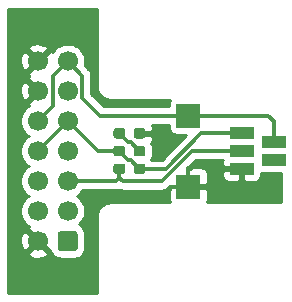
<source format=gtl>
G04 #@! TF.GenerationSoftware,KiCad,Pcbnew,(5.1.9-0-10_14)*
G04 #@! TF.CreationDate,2021-04-11T20:09:15+09:00*
G04 #@! TF.ProjectId,RL78DebugConnector,524c3738-4465-4627-9567-436f6e6e6563,V1.0*
G04 #@! TF.SameCoordinates,Original*
G04 #@! TF.FileFunction,Copper,L1,Top*
G04 #@! TF.FilePolarity,Positive*
%FSLAX46Y46*%
G04 Gerber Fmt 4.6, Leading zero omitted, Abs format (unit mm)*
G04 Created by KiCad (PCBNEW (5.1.9-0-10_14)) date 2021-04-11 20:09:15*
%MOMM*%
%LPD*%
G01*
G04 APERTURE LIST*
G04 #@! TA.AperFunction,ComponentPad*
%ADD10R,2.000000X1.000000*%
G04 #@! TD*
G04 #@! TA.AperFunction,ComponentPad*
%ADD11C,1.700000*%
G04 #@! TD*
G04 #@! TA.AperFunction,SMDPad,CuDef*
%ADD12R,2.000000X2.000000*%
G04 #@! TD*
G04 #@! TA.AperFunction,ViaPad*
%ADD13C,0.609600*%
G04 #@! TD*
G04 #@! TA.AperFunction,Conductor*
%ADD14C,0.304800*%
G04 #@! TD*
G04 #@! TA.AperFunction,Conductor*
%ADD15C,0.254000*%
G04 #@! TD*
G04 #@! TA.AperFunction,Conductor*
%ADD16C,0.100000*%
G04 #@! TD*
G04 APERTURE END LIST*
D10*
X6000000Y1500000D03*
X8700000Y750000D03*
X6000000Y0D03*
X8700000Y-750000D03*
X6000000Y-1500000D03*
G04 #@! TA.AperFunction,ComponentPad*
G36*
G01*
X-7880000Y-7020000D02*
X-7880000Y-8220000D01*
G75*
G02*
X-8130000Y-8470000I-250000J0D01*
G01*
X-9330000Y-8470000D01*
G75*
G02*
X-9580000Y-8220000I0J250000D01*
G01*
X-9580000Y-7020000D01*
G75*
G02*
X-9330000Y-6770000I250000J0D01*
G01*
X-8130000Y-6770000D01*
G75*
G02*
X-7880000Y-7020000I0J-250000D01*
G01*
G37*
G04 #@! TD.AperFunction*
D11*
X-8730000Y-5080000D03*
X-8730000Y-2540000D03*
X-8730000Y0D03*
X-8730000Y2540000D03*
X-8730000Y5080000D03*
X-8730000Y7620000D03*
X-11270000Y-7620000D03*
X-11270000Y-5080000D03*
X-11270000Y-2540000D03*
X-11270000Y0D03*
X-11270000Y2540000D03*
X-11270000Y5080000D03*
X-11270000Y7620000D03*
D12*
X1500000Y-3000000D03*
X1500000Y3000000D03*
G04 #@! TA.AperFunction,SMDPad,CuDef*
G36*
G01*
X-4850000Y-225000D02*
X-4850000Y225000D01*
G75*
G02*
X-4625000Y450000I225000J0D01*
G01*
X-4075000Y450000D01*
G75*
G02*
X-3850000Y225000I0J-225000D01*
G01*
X-3850000Y-225000D01*
G75*
G02*
X-4075000Y-450000I-225000J0D01*
G01*
X-4625000Y-450000D01*
G75*
G02*
X-4850000Y-225000I0J225000D01*
G01*
G37*
G04 #@! TD.AperFunction*
G04 #@! TA.AperFunction,SMDPad,CuDef*
G36*
G01*
X-3150000Y-225000D02*
X-3150000Y225000D01*
G75*
G02*
X-2925000Y450000I225000J0D01*
G01*
X-2375000Y450000D01*
G75*
G02*
X-2150000Y225000I0J-225000D01*
G01*
X-2150000Y-225000D01*
G75*
G02*
X-2375000Y-450000I-225000J0D01*
G01*
X-2925000Y-450000D01*
G75*
G02*
X-3150000Y-225000I0J225000D01*
G01*
G37*
G04 #@! TD.AperFunction*
G04 #@! TA.AperFunction,SMDPad,CuDef*
G36*
G01*
X-4850000Y-1725000D02*
X-4850000Y-1275000D01*
G75*
G02*
X-4625000Y-1050000I225000J0D01*
G01*
X-4075000Y-1050000D01*
G75*
G02*
X-3850000Y-1275000I0J-225000D01*
G01*
X-3850000Y-1725000D01*
G75*
G02*
X-4075000Y-1950000I-225000J0D01*
G01*
X-4625000Y-1950000D01*
G75*
G02*
X-4850000Y-1725000I0J225000D01*
G01*
G37*
G04 #@! TD.AperFunction*
G04 #@! TA.AperFunction,SMDPad,CuDef*
G36*
G01*
X-3150000Y-1725000D02*
X-3150000Y-1275000D01*
G75*
G02*
X-2925000Y-1050000I225000J0D01*
G01*
X-2375000Y-1050000D01*
G75*
G02*
X-2150000Y-1275000I0J-225000D01*
G01*
X-2150000Y-1725000D01*
G75*
G02*
X-2375000Y-1950000I-225000J0D01*
G01*
X-2925000Y-1950000D01*
G75*
G02*
X-3150000Y-1725000I0J225000D01*
G01*
G37*
G04 #@! TD.AperFunction*
G04 #@! TA.AperFunction,SMDPad,CuDef*
G36*
G01*
X-2150000Y1725000D02*
X-2150000Y1275000D01*
G75*
G02*
X-2375000Y1050000I-225000J0D01*
G01*
X-2925000Y1050000D01*
G75*
G02*
X-3150000Y1275000I0J225000D01*
G01*
X-3150000Y1725000D01*
G75*
G02*
X-2925000Y1950000I225000J0D01*
G01*
X-2375000Y1950000D01*
G75*
G02*
X-2150000Y1725000I0J-225000D01*
G01*
G37*
G04 #@! TD.AperFunction*
G04 #@! TA.AperFunction,SMDPad,CuDef*
G36*
G01*
X-3850000Y1725000D02*
X-3850000Y1275000D01*
G75*
G02*
X-4075000Y1050000I-225000J0D01*
G01*
X-4625000Y1050000D01*
G75*
G02*
X-4850000Y1275000I0J225000D01*
G01*
X-4850000Y1725000D01*
G75*
G02*
X-4625000Y1950000I225000J0D01*
G01*
X-4075000Y1950000D01*
G75*
G02*
X-3850000Y1725000I0J-225000D01*
G01*
G37*
G04 #@! TD.AperFunction*
D13*
X-500000Y0D03*
D14*
X-2650000Y1500000D02*
X-500000Y1500000D01*
X-500000Y1500000D02*
X-500000Y0D01*
X1500000Y-3000000D02*
X-50000Y-3000000D01*
X1500000Y-3000000D02*
X1500000Y-1450000D01*
X-4350000Y1500000D02*
X-3600000Y750000D01*
X-2650000Y0D02*
X-3400000Y750000D01*
X-3400000Y750000D02*
X-3600000Y750000D01*
X-11270000Y0D02*
X-8730000Y2540000D01*
X-4350000Y0D02*
X-3600000Y-750000D01*
X-2650000Y-1500000D02*
X-3400000Y-750000D01*
X-3400000Y-750000D02*
X-3600000Y-750000D01*
X-8730000Y2540000D02*
X-6200000Y10000D01*
X-4360000Y10000D02*
X-4350000Y0D01*
X-6200000Y10000D02*
X-4360000Y10000D01*
X2581566Y1500000D02*
X6000000Y1500000D01*
X-418434Y-1500000D02*
X2581566Y1500000D01*
X-2650000Y-1500000D02*
X-418434Y-1500000D01*
X-11270000Y2540000D02*
X-10000000Y3810000D01*
X-8730000Y7620000D02*
X-10000000Y6350000D01*
X-10000000Y6350000D02*
X-10000000Y3810000D01*
X-6000000Y3000000D02*
X1500000Y3000000D01*
X-8730000Y7620000D02*
X-7500000Y6390000D01*
X-7500000Y4500000D02*
X-6000000Y3000000D01*
X-7500000Y6390000D02*
X-7500000Y4500000D01*
X1500000Y3000000D02*
X8250000Y3000000D01*
X8700000Y2550000D02*
X8700000Y750000D01*
X8250000Y3000000D02*
X8700000Y2550000D01*
X-8730000Y-2540000D02*
X-4640000Y-2540000D01*
X-4350000Y-2250000D02*
X-4350000Y-1500000D01*
X-4640000Y-2540000D02*
X-4350000Y-2250000D01*
X-4350000Y-2250000D02*
X-4050000Y-2550000D01*
X-4050000Y-2550000D02*
X-750000Y-2550000D01*
X1800000Y0D02*
X6000000Y0D01*
X-750000Y-2550000D02*
X1800000Y0D01*
D15*
X-6260000Y5467582D02*
X-6257251Y5439672D01*
X-6257272Y5436692D01*
X-6256373Y5427521D01*
X-6251309Y5379337D01*
X-6250450Y5370618D01*
X-6250362Y5370327D01*
X-6246173Y5330473D01*
X-6234139Y5271848D01*
X-6222936Y5213116D01*
X-6220272Y5204294D01*
X-6191416Y5111075D01*
X-6168233Y5055925D01*
X-6145825Y5000463D01*
X-6141498Y4992327D01*
X-6095086Y4906489D01*
X-6061638Y4856902D01*
X-6028881Y4806844D01*
X-6023057Y4799703D01*
X-5960855Y4724514D01*
X-5918406Y4682361D01*
X-5876561Y4639629D01*
X-5869460Y4633755D01*
X-5793840Y4572079D01*
X-5743975Y4538948D01*
X-5694650Y4505175D01*
X-5686555Y4500798D01*
X-5686552Y4500796D01*
X-5686549Y4500795D01*
X-5686544Y4500792D01*
X-5600383Y4454980D01*
X-5545091Y4432191D01*
X-5490102Y4408622D01*
X-5481299Y4405897D01*
X-5387881Y4377692D01*
X-5329174Y4366067D01*
X-5270684Y4353635D01*
X-5261530Y4352673D01*
X-5261524Y4352672D01*
X-5261519Y4352672D01*
X-5164402Y4343150D01*
X-5132419Y4340000D01*
X-38284Y4340000D01*
X-89502Y4244180D01*
X-125812Y4124482D01*
X-138072Y4000000D01*
X-138072Y3787400D01*
X-5673848Y3787400D01*
X-6712600Y4826150D01*
X-6712600Y6351335D01*
X-6708792Y6390000D01*
X-6712600Y6428665D01*
X-6712600Y6428673D01*
X-6723994Y6544357D01*
X-6769018Y6692783D01*
X-6842134Y6829572D01*
X-6857949Y6848843D01*
X-6915878Y6919430D01*
X-6915881Y6919433D01*
X-6940531Y6949469D01*
X-6970566Y6974118D01*
X-7282361Y7285913D01*
X-7245000Y7473740D01*
X-7245000Y7766260D01*
X-7302068Y8053158D01*
X-7414010Y8323411D01*
X-7576525Y8566632D01*
X-7783368Y8773475D01*
X-8026589Y8935990D01*
X-8296842Y9047932D01*
X-8583740Y9105000D01*
X-8876260Y9105000D01*
X-9163158Y9047932D01*
X-9433411Y8935990D01*
X-9676632Y8773475D01*
X-9883475Y8566632D01*
X-9999311Y8393271D01*
X-10241603Y8468792D01*
X-11090395Y7620000D01*
X-11076253Y7605858D01*
X-11255858Y7426253D01*
X-11270000Y7440395D01*
X-12118792Y6591603D01*
X-12043486Y6350000D01*
X-12118792Y6108397D01*
X-11270000Y5259605D01*
X-11255858Y5273748D01*
X-11127000Y5144890D01*
X-11127000Y5015110D01*
X-11255858Y4886253D01*
X-11270000Y4900395D01*
X-12118792Y4051603D01*
X-12043271Y3809311D01*
X-12216632Y3693475D01*
X-12423475Y3486632D01*
X-12585990Y3243411D01*
X-12697932Y2973158D01*
X-12755000Y2686260D01*
X-12755000Y2393740D01*
X-12697932Y2106842D01*
X-12585990Y1836589D01*
X-12423475Y1593368D01*
X-12216632Y1386525D01*
X-12042240Y1270000D01*
X-12216632Y1153475D01*
X-12423475Y946632D01*
X-12585990Y703411D01*
X-12697932Y433158D01*
X-12755000Y146260D01*
X-12755000Y-146260D01*
X-12697932Y-433158D01*
X-12585990Y-703411D01*
X-12423475Y-946632D01*
X-12216632Y-1153475D01*
X-12042240Y-1270000D01*
X-12216632Y-1386525D01*
X-12423475Y-1593368D01*
X-12585990Y-1836589D01*
X-12697932Y-2106842D01*
X-12755000Y-2393740D01*
X-12755000Y-2686260D01*
X-12697932Y-2973158D01*
X-12585990Y-3243411D01*
X-12423475Y-3486632D01*
X-12216632Y-3693475D01*
X-12042240Y-3810000D01*
X-12216632Y-3926525D01*
X-12423475Y-4133368D01*
X-12585990Y-4376589D01*
X-12697932Y-4646842D01*
X-12755000Y-4933740D01*
X-12755000Y-5226260D01*
X-12697932Y-5513158D01*
X-12585990Y-5783411D01*
X-12423475Y-6026632D01*
X-12216632Y-6233475D01*
X-12043271Y-6349311D01*
X-12118792Y-6591603D01*
X-11270000Y-7440395D01*
X-11255858Y-7426253D01*
X-11076253Y-7605858D01*
X-11090395Y-7620000D01*
X-10241603Y-8468792D01*
X-10183580Y-8450707D01*
X-10150472Y-8559850D01*
X-10068405Y-8713386D01*
X-9957962Y-8847962D01*
X-9823386Y-8958405D01*
X-9669850Y-9040472D01*
X-9503254Y-9091008D01*
X-9330000Y-9108072D01*
X-8130000Y-9108072D01*
X-7956746Y-9091008D01*
X-7790150Y-9040472D01*
X-7636614Y-8958405D01*
X-7502038Y-8847962D01*
X-7391595Y-8713386D01*
X-7309528Y-8559850D01*
X-7258992Y-8393254D01*
X-7241928Y-8220000D01*
X-7241928Y-7020000D01*
X-7258992Y-6846746D01*
X-7309528Y-6680150D01*
X-7391595Y-6526614D01*
X-7502038Y-6392038D01*
X-7636614Y-6281595D01*
X-7763608Y-6213715D01*
X-7576525Y-6026632D01*
X-7414010Y-5783411D01*
X-7302068Y-5513158D01*
X-7245000Y-5226260D01*
X-7245000Y-4933740D01*
X-7302068Y-4646842D01*
X-7414010Y-4376589D01*
X-7576525Y-4133368D01*
X-7783368Y-3926525D01*
X-7957760Y-3810000D01*
X-7783368Y-3693475D01*
X-7576525Y-3486632D01*
X-7470130Y-3327400D01*
X-4678663Y-3327400D01*
X-4640000Y-3331208D01*
X-4601337Y-3327400D01*
X-4601327Y-3327400D01*
X-4485643Y-3316006D01*
X-4359083Y-3277615D01*
X-4352783Y-3280982D01*
X-4204357Y-3326006D01*
X-4088673Y-3337400D01*
X-4088664Y-3337400D01*
X-4050001Y-3341208D01*
X-4011338Y-3337400D01*
X-788663Y-3337400D01*
X-750000Y-3341208D01*
X-711337Y-3337400D01*
X-711327Y-3337400D01*
X-595643Y-3326006D01*
X-447217Y-3280982D01*
X-310428Y-3207866D01*
X-190531Y-3109469D01*
X-165872Y-3079422D01*
X-135000Y-3048550D01*
X-135000Y-3127002D01*
X23748Y-3127002D01*
X-135000Y-3285750D01*
X-138072Y-4000000D01*
X-125812Y-4124482D01*
X-89502Y-4244180D01*
X-38284Y-4340000D01*
X-5132419Y-4340000D01*
X-5160329Y-4342749D01*
X-5163307Y-4342728D01*
X-5172478Y-4343627D01*
X-5220640Y-4348689D01*
X-5229383Y-4349550D01*
X-5229675Y-4349638D01*
X-5269527Y-4353827D01*
X-5328146Y-4365860D01*
X-5386884Y-4377064D01*
X-5395706Y-4379728D01*
X-5488925Y-4408584D01*
X-5544063Y-4431762D01*
X-5599537Y-4454175D01*
X-5607666Y-4458498D01*
X-5607670Y-4458500D01*
X-5607673Y-4458502D01*
X-5693511Y-4504915D01*
X-5743087Y-4538355D01*
X-5793156Y-4571119D01*
X-5800297Y-4576943D01*
X-5875486Y-4639145D01*
X-5917639Y-4681594D01*
X-5960371Y-4723439D01*
X-5966245Y-4730540D01*
X-6027921Y-4806161D01*
X-6061012Y-4855966D01*
X-6094826Y-4905350D01*
X-6099208Y-4913456D01*
X-6145020Y-4999617D01*
X-6167809Y-5054909D01*
X-6191378Y-5109898D01*
X-6194103Y-5118701D01*
X-6222308Y-5212119D01*
X-6233933Y-5270826D01*
X-6246365Y-5329316D01*
X-6247327Y-5338470D01*
X-6247328Y-5338476D01*
X-6247328Y-5338481D01*
X-6256850Y-5435598D01*
X-6256850Y-5435608D01*
X-6259999Y-5467581D01*
X-6260000Y-12040000D01*
X-13740000Y-12040000D01*
X-13740000Y-8648397D01*
X-12118792Y-8648397D01*
X-12041157Y-8897472D01*
X-11777117Y-9023371D01*
X-11493589Y-9095339D01*
X-11201469Y-9110611D01*
X-10911981Y-9068599D01*
X-10636253Y-8970919D01*
X-10498843Y-8897472D01*
X-10421208Y-8648397D01*
X-11270000Y-7799605D01*
X-12118792Y-8648397D01*
X-13740000Y-8648397D01*
X-13740000Y-7688531D01*
X-12760611Y-7688531D01*
X-12718599Y-7978019D01*
X-12620919Y-8253747D01*
X-12547472Y-8391157D01*
X-12298397Y-8468792D01*
X-11449605Y-7620000D01*
X-12298397Y-6771208D01*
X-12547472Y-6848843D01*
X-12673371Y-7112883D01*
X-12745339Y-7396411D01*
X-12760611Y-7688531D01*
X-13740000Y-7688531D01*
X-13740000Y5011469D01*
X-12760611Y5011469D01*
X-12718599Y4721981D01*
X-12620919Y4446253D01*
X-12547472Y4308843D01*
X-12298397Y4231208D01*
X-11449605Y5080000D01*
X-12298397Y5928792D01*
X-12547472Y5851157D01*
X-12673371Y5587117D01*
X-12745339Y5303589D01*
X-12760611Y5011469D01*
X-13740000Y5011469D01*
X-13740000Y7551469D01*
X-12760611Y7551469D01*
X-12718599Y7261981D01*
X-12620919Y6986253D01*
X-12547472Y6848843D01*
X-12298397Y6771208D01*
X-11449605Y7620000D01*
X-12298397Y8468792D01*
X-12547472Y8391157D01*
X-12673371Y8127117D01*
X-12745339Y7843589D01*
X-12760611Y7551469D01*
X-13740000Y7551469D01*
X-13740000Y8648397D01*
X-12118792Y8648397D01*
X-11270000Y7799605D01*
X-10421208Y8648397D01*
X-10498843Y8897472D01*
X-10762883Y9023371D01*
X-11046411Y9095339D01*
X-11338531Y9110611D01*
X-11628019Y9068599D01*
X-11903747Y8970919D01*
X-12041157Y8897472D01*
X-12118792Y8648397D01*
X-13740000Y8648397D01*
X-13740000Y12040000D01*
X-6259999Y12040000D01*
X-6260000Y5467582D01*
G04 #@! TA.AperFunction,Conductor*
D16*
G36*
X-6260000Y5467582D02*
G01*
X-6257251Y5439672D01*
X-6257272Y5436692D01*
X-6256373Y5427521D01*
X-6251309Y5379337D01*
X-6250450Y5370618D01*
X-6250362Y5370327D01*
X-6246173Y5330473D01*
X-6234139Y5271848D01*
X-6222936Y5213116D01*
X-6220272Y5204294D01*
X-6191416Y5111075D01*
X-6168233Y5055925D01*
X-6145825Y5000463D01*
X-6141498Y4992327D01*
X-6095086Y4906489D01*
X-6061638Y4856902D01*
X-6028881Y4806844D01*
X-6023057Y4799703D01*
X-5960855Y4724514D01*
X-5918406Y4682361D01*
X-5876561Y4639629D01*
X-5869460Y4633755D01*
X-5793840Y4572079D01*
X-5743975Y4538948D01*
X-5694650Y4505175D01*
X-5686555Y4500798D01*
X-5686552Y4500796D01*
X-5686549Y4500795D01*
X-5686544Y4500792D01*
X-5600383Y4454980D01*
X-5545091Y4432191D01*
X-5490102Y4408622D01*
X-5481299Y4405897D01*
X-5387881Y4377692D01*
X-5329174Y4366067D01*
X-5270684Y4353635D01*
X-5261530Y4352673D01*
X-5261524Y4352672D01*
X-5261519Y4352672D01*
X-5164402Y4343150D01*
X-5132419Y4340000D01*
X-38284Y4340000D01*
X-89502Y4244180D01*
X-125812Y4124482D01*
X-138072Y4000000D01*
X-138072Y3787400D01*
X-5673848Y3787400D01*
X-6712600Y4826150D01*
X-6712600Y6351335D01*
X-6708792Y6390000D01*
X-6712600Y6428665D01*
X-6712600Y6428673D01*
X-6723994Y6544357D01*
X-6769018Y6692783D01*
X-6842134Y6829572D01*
X-6857949Y6848843D01*
X-6915878Y6919430D01*
X-6915881Y6919433D01*
X-6940531Y6949469D01*
X-6970566Y6974118D01*
X-7282361Y7285913D01*
X-7245000Y7473740D01*
X-7245000Y7766260D01*
X-7302068Y8053158D01*
X-7414010Y8323411D01*
X-7576525Y8566632D01*
X-7783368Y8773475D01*
X-8026589Y8935990D01*
X-8296842Y9047932D01*
X-8583740Y9105000D01*
X-8876260Y9105000D01*
X-9163158Y9047932D01*
X-9433411Y8935990D01*
X-9676632Y8773475D01*
X-9883475Y8566632D01*
X-9999311Y8393271D01*
X-10241603Y8468792D01*
X-11090395Y7620000D01*
X-11076253Y7605858D01*
X-11255858Y7426253D01*
X-11270000Y7440395D01*
X-12118792Y6591603D01*
X-12043486Y6350000D01*
X-12118792Y6108397D01*
X-11270000Y5259605D01*
X-11255858Y5273748D01*
X-11127000Y5144890D01*
X-11127000Y5015110D01*
X-11255858Y4886253D01*
X-11270000Y4900395D01*
X-12118792Y4051603D01*
X-12043271Y3809311D01*
X-12216632Y3693475D01*
X-12423475Y3486632D01*
X-12585990Y3243411D01*
X-12697932Y2973158D01*
X-12755000Y2686260D01*
X-12755000Y2393740D01*
X-12697932Y2106842D01*
X-12585990Y1836589D01*
X-12423475Y1593368D01*
X-12216632Y1386525D01*
X-12042240Y1270000D01*
X-12216632Y1153475D01*
X-12423475Y946632D01*
X-12585990Y703411D01*
X-12697932Y433158D01*
X-12755000Y146260D01*
X-12755000Y-146260D01*
X-12697932Y-433158D01*
X-12585990Y-703411D01*
X-12423475Y-946632D01*
X-12216632Y-1153475D01*
X-12042240Y-1270000D01*
X-12216632Y-1386525D01*
X-12423475Y-1593368D01*
X-12585990Y-1836589D01*
X-12697932Y-2106842D01*
X-12755000Y-2393740D01*
X-12755000Y-2686260D01*
X-12697932Y-2973158D01*
X-12585990Y-3243411D01*
X-12423475Y-3486632D01*
X-12216632Y-3693475D01*
X-12042240Y-3810000D01*
X-12216632Y-3926525D01*
X-12423475Y-4133368D01*
X-12585990Y-4376589D01*
X-12697932Y-4646842D01*
X-12755000Y-4933740D01*
X-12755000Y-5226260D01*
X-12697932Y-5513158D01*
X-12585990Y-5783411D01*
X-12423475Y-6026632D01*
X-12216632Y-6233475D01*
X-12043271Y-6349311D01*
X-12118792Y-6591603D01*
X-11270000Y-7440395D01*
X-11255858Y-7426253D01*
X-11076253Y-7605858D01*
X-11090395Y-7620000D01*
X-10241603Y-8468792D01*
X-10183580Y-8450707D01*
X-10150472Y-8559850D01*
X-10068405Y-8713386D01*
X-9957962Y-8847962D01*
X-9823386Y-8958405D01*
X-9669850Y-9040472D01*
X-9503254Y-9091008D01*
X-9330000Y-9108072D01*
X-8130000Y-9108072D01*
X-7956746Y-9091008D01*
X-7790150Y-9040472D01*
X-7636614Y-8958405D01*
X-7502038Y-8847962D01*
X-7391595Y-8713386D01*
X-7309528Y-8559850D01*
X-7258992Y-8393254D01*
X-7241928Y-8220000D01*
X-7241928Y-7020000D01*
X-7258992Y-6846746D01*
X-7309528Y-6680150D01*
X-7391595Y-6526614D01*
X-7502038Y-6392038D01*
X-7636614Y-6281595D01*
X-7763608Y-6213715D01*
X-7576525Y-6026632D01*
X-7414010Y-5783411D01*
X-7302068Y-5513158D01*
X-7245000Y-5226260D01*
X-7245000Y-4933740D01*
X-7302068Y-4646842D01*
X-7414010Y-4376589D01*
X-7576525Y-4133368D01*
X-7783368Y-3926525D01*
X-7957760Y-3810000D01*
X-7783368Y-3693475D01*
X-7576525Y-3486632D01*
X-7470130Y-3327400D01*
X-4678663Y-3327400D01*
X-4640000Y-3331208D01*
X-4601337Y-3327400D01*
X-4601327Y-3327400D01*
X-4485643Y-3316006D01*
X-4359083Y-3277615D01*
X-4352783Y-3280982D01*
X-4204357Y-3326006D01*
X-4088673Y-3337400D01*
X-4088664Y-3337400D01*
X-4050001Y-3341208D01*
X-4011338Y-3337400D01*
X-788663Y-3337400D01*
X-750000Y-3341208D01*
X-711337Y-3337400D01*
X-711327Y-3337400D01*
X-595643Y-3326006D01*
X-447217Y-3280982D01*
X-310428Y-3207866D01*
X-190531Y-3109469D01*
X-165872Y-3079422D01*
X-135000Y-3048550D01*
X-135000Y-3127002D01*
X23748Y-3127002D01*
X-135000Y-3285750D01*
X-138072Y-4000000D01*
X-125812Y-4124482D01*
X-89502Y-4244180D01*
X-38284Y-4340000D01*
X-5132419Y-4340000D01*
X-5160329Y-4342749D01*
X-5163307Y-4342728D01*
X-5172478Y-4343627D01*
X-5220640Y-4348689D01*
X-5229383Y-4349550D01*
X-5229675Y-4349638D01*
X-5269527Y-4353827D01*
X-5328146Y-4365860D01*
X-5386884Y-4377064D01*
X-5395706Y-4379728D01*
X-5488925Y-4408584D01*
X-5544063Y-4431762D01*
X-5599537Y-4454175D01*
X-5607666Y-4458498D01*
X-5607670Y-4458500D01*
X-5607673Y-4458502D01*
X-5693511Y-4504915D01*
X-5743087Y-4538355D01*
X-5793156Y-4571119D01*
X-5800297Y-4576943D01*
X-5875486Y-4639145D01*
X-5917639Y-4681594D01*
X-5960371Y-4723439D01*
X-5966245Y-4730540D01*
X-6027921Y-4806161D01*
X-6061012Y-4855966D01*
X-6094826Y-4905350D01*
X-6099208Y-4913456D01*
X-6145020Y-4999617D01*
X-6167809Y-5054909D01*
X-6191378Y-5109898D01*
X-6194103Y-5118701D01*
X-6222308Y-5212119D01*
X-6233933Y-5270826D01*
X-6246365Y-5329316D01*
X-6247327Y-5338470D01*
X-6247328Y-5338476D01*
X-6247328Y-5338481D01*
X-6256850Y-5435598D01*
X-6256850Y-5435608D01*
X-6259999Y-5467581D01*
X-6260000Y-12040000D01*
X-13740000Y-12040000D01*
X-13740000Y-8648397D01*
X-12118792Y-8648397D01*
X-12041157Y-8897472D01*
X-11777117Y-9023371D01*
X-11493589Y-9095339D01*
X-11201469Y-9110611D01*
X-10911981Y-9068599D01*
X-10636253Y-8970919D01*
X-10498843Y-8897472D01*
X-10421208Y-8648397D01*
X-11270000Y-7799605D01*
X-12118792Y-8648397D01*
X-13740000Y-8648397D01*
X-13740000Y-7688531D01*
X-12760611Y-7688531D01*
X-12718599Y-7978019D01*
X-12620919Y-8253747D01*
X-12547472Y-8391157D01*
X-12298397Y-8468792D01*
X-11449605Y-7620000D01*
X-12298397Y-6771208D01*
X-12547472Y-6848843D01*
X-12673371Y-7112883D01*
X-12745339Y-7396411D01*
X-12760611Y-7688531D01*
X-13740000Y-7688531D01*
X-13740000Y5011469D01*
X-12760611Y5011469D01*
X-12718599Y4721981D01*
X-12620919Y4446253D01*
X-12547472Y4308843D01*
X-12298397Y4231208D01*
X-11449605Y5080000D01*
X-12298397Y5928792D01*
X-12547472Y5851157D01*
X-12673371Y5587117D01*
X-12745339Y5303589D01*
X-12760611Y5011469D01*
X-13740000Y5011469D01*
X-13740000Y7551469D01*
X-12760611Y7551469D01*
X-12718599Y7261981D01*
X-12620919Y6986253D01*
X-12547472Y6848843D01*
X-12298397Y6771208D01*
X-11449605Y7620000D01*
X-12298397Y8468792D01*
X-12547472Y8391157D01*
X-12673371Y8127117D01*
X-12745339Y7843589D01*
X-12760611Y7551469D01*
X-13740000Y7551469D01*
X-13740000Y8648397D01*
X-12118792Y8648397D01*
X-11270000Y7799605D01*
X-10421208Y8648397D01*
X-10498843Y8897472D01*
X-10762883Y9023371D01*
X-11046411Y9095339D01*
X-11338531Y9110611D01*
X-11628019Y9068599D01*
X-11903747Y8970919D01*
X-12041157Y8897472D01*
X-12118792Y8648397D01*
X-13740000Y8648397D01*
X-13740000Y12040000D01*
X-6259999Y12040000D01*
X-6260000Y5467582D01*
G37*
G04 #@! TD.AperFunction*
D15*
X4374188Y-875518D02*
X4361928Y-1000000D01*
X4365000Y-1214250D01*
X4523750Y-1373000D01*
X5873000Y-1373000D01*
X5873000Y-1353000D01*
X6127000Y-1353000D01*
X6127000Y-1373000D01*
X6147000Y-1373000D01*
X6147000Y-1627000D01*
X6127000Y-1627000D01*
X6127000Y-2476250D01*
X6285750Y-2635000D01*
X7000000Y-2638072D01*
X7124482Y-2625812D01*
X7244180Y-2589502D01*
X7354494Y-2530537D01*
X7451185Y-2451185D01*
X7530537Y-2354494D01*
X7589502Y-2244180D01*
X7625812Y-2124482D01*
X7638072Y-2000000D01*
X7636377Y-1881806D01*
X7700000Y-1888072D01*
X9340001Y-1888072D01*
X9340001Y-4340000D01*
X3038284Y-4340000D01*
X3089502Y-4244180D01*
X3125812Y-4124482D01*
X3138072Y-4000000D01*
X3135000Y-3285750D01*
X2976250Y-3127000D01*
X1627000Y-3127000D01*
X1627000Y-3147000D01*
X1373000Y-3147000D01*
X1373000Y-3127000D01*
X1353000Y-3127000D01*
X1353000Y-2873000D01*
X1373000Y-2873000D01*
X1373000Y-2853000D01*
X1627000Y-2853000D01*
X1627000Y-2873000D01*
X2976250Y-2873000D01*
X3135000Y-2714250D01*
X3138072Y-2000000D01*
X4361928Y-2000000D01*
X4374188Y-2124482D01*
X4410498Y-2244180D01*
X4469463Y-2354494D01*
X4548815Y-2451185D01*
X4645506Y-2530537D01*
X4755820Y-2589502D01*
X4875518Y-2625812D01*
X5000000Y-2638072D01*
X5714250Y-2635000D01*
X5873000Y-2476250D01*
X5873000Y-1627000D01*
X4523750Y-1627000D01*
X4365000Y-1785750D01*
X4361928Y-2000000D01*
X3138072Y-2000000D01*
X3125812Y-1875518D01*
X3089502Y-1755820D01*
X3030537Y-1645506D01*
X2951185Y-1548815D01*
X2854494Y-1469463D01*
X2744180Y-1410498D01*
X2624482Y-1374188D01*
X2500000Y-1361928D01*
X1785750Y-1365000D01*
X1627002Y-1523748D01*
X1627002Y-1365000D01*
X1548551Y-1365000D01*
X2126152Y-787400D01*
X4400918Y-787400D01*
X4374188Y-875518D01*
G04 #@! TA.AperFunction,Conductor*
D16*
G36*
X4374188Y-875518D02*
G01*
X4361928Y-1000000D01*
X4365000Y-1214250D01*
X4523750Y-1373000D01*
X5873000Y-1373000D01*
X5873000Y-1353000D01*
X6127000Y-1353000D01*
X6127000Y-1373000D01*
X6147000Y-1373000D01*
X6147000Y-1627000D01*
X6127000Y-1627000D01*
X6127000Y-2476250D01*
X6285750Y-2635000D01*
X7000000Y-2638072D01*
X7124482Y-2625812D01*
X7244180Y-2589502D01*
X7354494Y-2530537D01*
X7451185Y-2451185D01*
X7530537Y-2354494D01*
X7589502Y-2244180D01*
X7625812Y-2124482D01*
X7638072Y-2000000D01*
X7636377Y-1881806D01*
X7700000Y-1888072D01*
X9340001Y-1888072D01*
X9340001Y-4340000D01*
X3038284Y-4340000D01*
X3089502Y-4244180D01*
X3125812Y-4124482D01*
X3138072Y-4000000D01*
X3135000Y-3285750D01*
X2976250Y-3127000D01*
X1627000Y-3127000D01*
X1627000Y-3147000D01*
X1373000Y-3147000D01*
X1373000Y-3127000D01*
X1353000Y-3127000D01*
X1353000Y-2873000D01*
X1373000Y-2873000D01*
X1373000Y-2853000D01*
X1627000Y-2853000D01*
X1627000Y-2873000D01*
X2976250Y-2873000D01*
X3135000Y-2714250D01*
X3138072Y-2000000D01*
X4361928Y-2000000D01*
X4374188Y-2124482D01*
X4410498Y-2244180D01*
X4469463Y-2354494D01*
X4548815Y-2451185D01*
X4645506Y-2530537D01*
X4755820Y-2589502D01*
X4875518Y-2625812D01*
X5000000Y-2638072D01*
X5714250Y-2635000D01*
X5873000Y-2476250D01*
X5873000Y-1627000D01*
X4523750Y-1627000D01*
X4365000Y-1785750D01*
X4361928Y-2000000D01*
X3138072Y-2000000D01*
X3125812Y-1875518D01*
X3089502Y-1755820D01*
X3030537Y-1645506D01*
X2951185Y-1548815D01*
X2854494Y-1469463D01*
X2744180Y-1410498D01*
X2624482Y-1374188D01*
X2500000Y-1361928D01*
X1785750Y-1365000D01*
X1627002Y-1523748D01*
X1627002Y-1365000D01*
X1548551Y-1365000D01*
X2126152Y-787400D01*
X4400918Y-787400D01*
X4374188Y-875518D01*
G37*
G04 #@! TD.AperFunction*
D15*
X-138072Y2000000D02*
X-125812Y1875518D01*
X-89502Y1755820D01*
X-30537Y1645506D01*
X48815Y1548815D01*
X145506Y1469463D01*
X255820Y1410498D01*
X375518Y1374188D01*
X500000Y1361928D01*
X1329942Y1361928D01*
X-744584Y-712600D01*
X-1664032Y-712600D01*
X-1657382Y-704497D01*
X-1577625Y-555283D01*
X-1528512Y-393377D01*
X-1511928Y-225000D01*
X-1511928Y225000D01*
X-1528512Y393377D01*
X-1577625Y555283D01*
X-1639516Y671072D01*
X-1619463Y695506D01*
X-1560498Y805820D01*
X-1524188Y925518D01*
X-1511928Y1050000D01*
X-1515000Y1214250D01*
X-1673750Y1373000D01*
X-2523000Y1373000D01*
X-2523000Y1353000D01*
X-2777000Y1353000D01*
X-2777000Y1373000D01*
X-2797000Y1373000D01*
X-2797000Y1627000D01*
X-2777000Y1627000D01*
X-2777000Y1647000D01*
X-2523000Y1647000D01*
X-2523000Y1627000D01*
X-1673750Y1627000D01*
X-1515000Y1785750D01*
X-1511928Y1950000D01*
X-1524188Y2074482D01*
X-1560498Y2194180D01*
X-1570344Y2212600D01*
X-138072Y2212600D01*
X-138072Y2000000D01*
G04 #@! TA.AperFunction,Conductor*
D16*
G36*
X-138072Y2000000D02*
G01*
X-125812Y1875518D01*
X-89502Y1755820D01*
X-30537Y1645506D01*
X48815Y1548815D01*
X145506Y1469463D01*
X255820Y1410498D01*
X375518Y1374188D01*
X500000Y1361928D01*
X1329942Y1361928D01*
X-744584Y-712600D01*
X-1664032Y-712600D01*
X-1657382Y-704497D01*
X-1577625Y-555283D01*
X-1528512Y-393377D01*
X-1511928Y-225000D01*
X-1511928Y225000D01*
X-1528512Y393377D01*
X-1577625Y555283D01*
X-1639516Y671072D01*
X-1619463Y695506D01*
X-1560498Y805820D01*
X-1524188Y925518D01*
X-1511928Y1050000D01*
X-1515000Y1214250D01*
X-1673750Y1373000D01*
X-2523000Y1373000D01*
X-2523000Y1353000D01*
X-2777000Y1353000D01*
X-2777000Y1373000D01*
X-2797000Y1373000D01*
X-2797000Y1627000D01*
X-2777000Y1627000D01*
X-2777000Y1647000D01*
X-2523000Y1647000D01*
X-2523000Y1627000D01*
X-1673750Y1627000D01*
X-1515000Y1785750D01*
X-1511928Y1950000D01*
X-1524188Y2074482D01*
X-1560498Y2194180D01*
X-1570344Y2212600D01*
X-138072Y2212600D01*
X-138072Y2000000D01*
G37*
G04 #@! TD.AperFunction*
M02*

</source>
